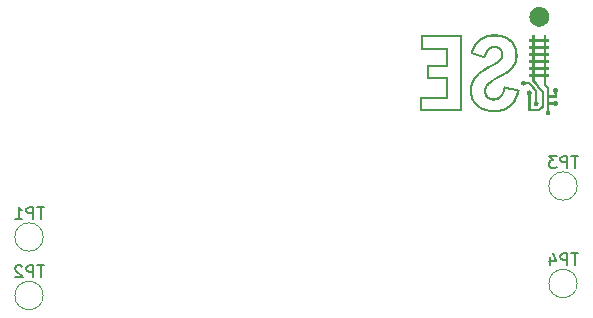
<source format=gbo>
G04 #@! TF.GenerationSoftware,KiCad,Pcbnew,6.0.2+dfsg-1*
G04 #@! TF.CreationDate,2024-04-05T20:58:32-06:00*
G04 #@! TF.ProjectId,mss-crossover,6d73732d-6372-46f7-9373-6f7665722e6b,rev?*
G04 #@! TF.SameCoordinates,Original*
G04 #@! TF.FileFunction,Legend,Bot*
G04 #@! TF.FilePolarity,Positive*
%FSLAX46Y46*%
G04 Gerber Fmt 4.6, Leading zero omitted, Abs format (unit mm)*
G04 Created by KiCad (PCBNEW 6.0.2+dfsg-1) date 2024-04-05 20:58:32*
%MOMM*%
%LPD*%
G01*
G04 APERTURE LIST*
%ADD10C,0.000000*%
%ADD11C,0.150000*%
%ADD12C,0.120000*%
G04 APERTURE END LIST*
D10*
G36*
X70076819Y-162142004D02*
G01*
X70091277Y-162143113D01*
X70105378Y-162145238D01*
X70112260Y-162146692D01*
X70119010Y-162148410D01*
X70127316Y-162150979D01*
X70135547Y-162153911D01*
X70143679Y-162157191D01*
X70151687Y-162160801D01*
X70159546Y-162164726D01*
X70167231Y-162168948D01*
X70174718Y-162173451D01*
X70181981Y-162178219D01*
X70188997Y-162183235D01*
X70195740Y-162188483D01*
X70202185Y-162193945D01*
X70208307Y-162199607D01*
X70214083Y-162205449D01*
X70219486Y-162211458D01*
X70224492Y-162217615D01*
X70229077Y-162223904D01*
X70248127Y-162251421D01*
X70435099Y-162252126D01*
X70622072Y-162252832D01*
X70926871Y-162640182D01*
X71232377Y-163026826D01*
X71232377Y-163892543D01*
X71268360Y-163923588D01*
X71277315Y-163931626D01*
X71285663Y-163939873D01*
X71293407Y-163948340D01*
X71300551Y-163957035D01*
X71307100Y-163965971D01*
X71313058Y-163975156D01*
X71318429Y-163984603D01*
X71323217Y-163994319D01*
X71327426Y-164004317D01*
X71331061Y-164014607D01*
X71334125Y-164025198D01*
X71336623Y-164036101D01*
X71338558Y-164047327D01*
X71339936Y-164058886D01*
X71340759Y-164070788D01*
X71341033Y-164083043D01*
X71340834Y-164094263D01*
X71340113Y-164105295D01*
X71338881Y-164116126D01*
X71337148Y-164126747D01*
X71334926Y-164137147D01*
X71332225Y-164147313D01*
X71329057Y-164157236D01*
X71325433Y-164166905D01*
X71321363Y-164176308D01*
X71316859Y-164185434D01*
X71311931Y-164194272D01*
X71306591Y-164202812D01*
X71300850Y-164211043D01*
X71294717Y-164218953D01*
X71288205Y-164226531D01*
X71281325Y-164233767D01*
X71274087Y-164240650D01*
X71266502Y-164247168D01*
X71258582Y-164253311D01*
X71250337Y-164259067D01*
X71241778Y-164264426D01*
X71232917Y-164269376D01*
X71223764Y-164273907D01*
X71214330Y-164278008D01*
X71204627Y-164281668D01*
X71194664Y-164284875D01*
X71184454Y-164287619D01*
X71174008Y-164289888D01*
X71163335Y-164291673D01*
X71152447Y-164292961D01*
X71141356Y-164293742D01*
X71130072Y-164294004D01*
X71115081Y-164293575D01*
X71100539Y-164292289D01*
X71086445Y-164290149D01*
X71072800Y-164287158D01*
X71059606Y-164283320D01*
X71046864Y-164278638D01*
X71034575Y-164273114D01*
X71022739Y-164266752D01*
X71011358Y-164259555D01*
X71000432Y-164251526D01*
X70989964Y-164242668D01*
X70979953Y-164232984D01*
X70970402Y-164222478D01*
X70961310Y-164211152D01*
X70952679Y-164199010D01*
X70944510Y-164186054D01*
X70940228Y-164177911D01*
X70936383Y-164168898D01*
X70932979Y-164159119D01*
X70930024Y-164148682D01*
X70927524Y-164137690D01*
X70925485Y-164126250D01*
X70923913Y-164114467D01*
X70922814Y-164102446D01*
X70922195Y-164090293D01*
X70922062Y-164078112D01*
X70922421Y-164066011D01*
X70923278Y-164054093D01*
X70924639Y-164042465D01*
X70926510Y-164031231D01*
X70928899Y-164020498D01*
X70931810Y-164010370D01*
X70934521Y-164003074D01*
X70937850Y-163995519D01*
X70941740Y-163987781D01*
X70946131Y-163979933D01*
X70950964Y-163972047D01*
X70956181Y-163964197D01*
X70961722Y-163956457D01*
X70967529Y-163948899D01*
X70973543Y-163941598D01*
X70979704Y-163934627D01*
X70985954Y-163928059D01*
X70992235Y-163921967D01*
X70998486Y-163916425D01*
X71004649Y-163911506D01*
X71010666Y-163907284D01*
X71016477Y-163903832D01*
X71034821Y-163893954D01*
X71034821Y-163102321D01*
X70779410Y-162779176D01*
X70523999Y-162456738D01*
X70384299Y-162456738D01*
X70330027Y-162457234D01*
X70306301Y-162457817D01*
X70285610Y-162458590D01*
X70268524Y-162459528D01*
X70255613Y-162460607D01*
X70247448Y-162461802D01*
X70245323Y-162462435D01*
X70244599Y-162463088D01*
X70244426Y-162464520D01*
X70243918Y-162466162D01*
X70243089Y-162468000D01*
X70241956Y-162470021D01*
X70240535Y-162472210D01*
X70238842Y-162474555D01*
X70234700Y-162479657D01*
X70229656Y-162485218D01*
X70223838Y-162491129D01*
X70217370Y-162497282D01*
X70210380Y-162503569D01*
X70202993Y-162509880D01*
X70195335Y-162516108D01*
X70187532Y-162522143D01*
X70179710Y-162527877D01*
X70171996Y-162533202D01*
X70164516Y-162538010D01*
X70157395Y-162542191D01*
X70150760Y-162545637D01*
X70140826Y-162549854D01*
X70130385Y-162553509D01*
X70119510Y-162556601D01*
X70108273Y-162559131D01*
X70096747Y-162561099D01*
X70085003Y-162562505D01*
X70073115Y-162563348D01*
X70061155Y-162563629D01*
X70049195Y-162563348D01*
X70037307Y-162562505D01*
X70025563Y-162561099D01*
X70014037Y-162559131D01*
X70002800Y-162556601D01*
X69991925Y-162553509D01*
X69981484Y-162549854D01*
X69971549Y-162545637D01*
X69959603Y-162539641D01*
X69948240Y-162533051D01*
X69937468Y-162525897D01*
X69927291Y-162518207D01*
X69917715Y-162510013D01*
X69908745Y-162501344D01*
X69900388Y-162492229D01*
X69892648Y-162482700D01*
X69885532Y-162472784D01*
X69879044Y-162462513D01*
X69873191Y-162451916D01*
X69867977Y-162441024D01*
X69863409Y-162429865D01*
X69859492Y-162418469D01*
X69856232Y-162406868D01*
X69853633Y-162395089D01*
X69851703Y-162383164D01*
X69850445Y-162371122D01*
X69849866Y-162358993D01*
X69849972Y-162346807D01*
X69850767Y-162334593D01*
X69852258Y-162322382D01*
X69854450Y-162310203D01*
X69857349Y-162298087D01*
X69860959Y-162286062D01*
X69865287Y-162274159D01*
X69870339Y-162262408D01*
X69876119Y-162250838D01*
X69882633Y-162239479D01*
X69889888Y-162228362D01*
X69897888Y-162217516D01*
X69906638Y-162206971D01*
X69911018Y-162202153D01*
X69915682Y-162197492D01*
X69920616Y-162192991D01*
X69925805Y-162188654D01*
X69936898Y-162180485D01*
X69948850Y-162173016D01*
X69961550Y-162166274D01*
X69974888Y-162160288D01*
X69988753Y-162155088D01*
X70003035Y-162150703D01*
X70017622Y-162147160D01*
X70032405Y-162144491D01*
X70047272Y-162142722D01*
X70062114Y-162141883D01*
X70076819Y-162142004D01*
G37*
G36*
X61305210Y-164728626D02*
G01*
X61305210Y-164545182D01*
X61488655Y-164545182D01*
X64656600Y-164545182D01*
X64656600Y-158491516D01*
X61573322Y-158491516D01*
X61573322Y-159359349D01*
X63647656Y-159359349D01*
X63647656Y-160982127D01*
X62067211Y-160982127D01*
X62067211Y-161849960D01*
X63647656Y-161849960D01*
X63647656Y-163677349D01*
X61488655Y-163677349D01*
X61488655Y-164545182D01*
X61305210Y-164545182D01*
X61305210Y-163493904D01*
X63464211Y-163493904D01*
X63464211Y-162033404D01*
X61883766Y-162033404D01*
X61883766Y-160798682D01*
X63464211Y-160798682D01*
X63464211Y-159549849D01*
X61389877Y-159549849D01*
X61389877Y-158308071D01*
X64840044Y-158308071D01*
X64840044Y-164728626D01*
X61305210Y-164728626D01*
G37*
G36*
X69674771Y-163182539D02*
G01*
X69647159Y-163267068D01*
X69619002Y-163348025D01*
X69591961Y-163419821D01*
X69572780Y-163466415D01*
X69549374Y-163519392D01*
X69522941Y-163576338D01*
X69494682Y-163634839D01*
X69465794Y-163692479D01*
X69437477Y-163746846D01*
X69410929Y-163795524D01*
X69387349Y-163836099D01*
X69323678Y-163935481D01*
X69256499Y-164029629D01*
X69185827Y-164118532D01*
X69111675Y-164202183D01*
X69034060Y-164280570D01*
X68952994Y-164353685D01*
X68868493Y-164421520D01*
X68780571Y-164484063D01*
X68689243Y-164541307D01*
X68594522Y-164593241D01*
X68496424Y-164639857D01*
X68394963Y-164681145D01*
X68290153Y-164717095D01*
X68182009Y-164747700D01*
X68070546Y-164772948D01*
X67955777Y-164792832D01*
X67907959Y-164799208D01*
X67858552Y-164804580D01*
X67755697Y-164812334D01*
X67648658Y-164816136D01*
X67538882Y-164816027D01*
X67427816Y-164812049D01*
X67316908Y-164804242D01*
X67207603Y-164792648D01*
X67101349Y-164777309D01*
X66953878Y-164748226D01*
X66812427Y-164711100D01*
X66677198Y-164666107D01*
X66548392Y-164613422D01*
X66426209Y-164553222D01*
X66310849Y-164485681D01*
X66202513Y-164410976D01*
X66101401Y-164329282D01*
X66007714Y-164240775D01*
X65921652Y-164145631D01*
X65843417Y-164044025D01*
X65773207Y-163936133D01*
X65711225Y-163822131D01*
X65657670Y-163702195D01*
X65612743Y-163576499D01*
X65576644Y-163445221D01*
X65561147Y-163372882D01*
X65548047Y-163297253D01*
X65537428Y-163219275D01*
X65529372Y-163139892D01*
X65523961Y-163060046D01*
X65521280Y-162980679D01*
X65521349Y-162938808D01*
X65711052Y-162938808D01*
X65711126Y-163017544D01*
X65712706Y-163090988D01*
X65715839Y-163153915D01*
X65718004Y-163179801D01*
X65720577Y-163201099D01*
X65732323Y-163274075D01*
X65746148Y-163344878D01*
X65762081Y-163413563D01*
X65780152Y-163480190D01*
X65800390Y-163544816D01*
X65822822Y-163607499D01*
X65847479Y-163668296D01*
X65874388Y-163727267D01*
X65903580Y-163784468D01*
X65935083Y-163839957D01*
X65968925Y-163893793D01*
X66005137Y-163946033D01*
X66043746Y-163996735D01*
X66084782Y-164045957D01*
X66128273Y-164093757D01*
X66174249Y-164140193D01*
X66224389Y-164186545D01*
X66276651Y-164230617D01*
X66331043Y-164272411D01*
X66387570Y-164311930D01*
X66446238Y-164349174D01*
X66507054Y-164384147D01*
X66570024Y-164416850D01*
X66635154Y-164447286D01*
X66702450Y-164475456D01*
X66771918Y-164501363D01*
X66843566Y-164525008D01*
X66917398Y-164546394D01*
X66993421Y-164565523D01*
X67071641Y-164582397D01*
X67152065Y-164597018D01*
X67234699Y-164609387D01*
X67293219Y-164615752D01*
X67363000Y-164621018D01*
X67440156Y-164625076D01*
X67520802Y-164627820D01*
X67601051Y-164629141D01*
X67677016Y-164628933D01*
X67744813Y-164627088D01*
X67800555Y-164623498D01*
X67903713Y-164611706D01*
X68003917Y-164595632D01*
X68101191Y-164575263D01*
X68195556Y-164550584D01*
X68287035Y-164521581D01*
X68375651Y-164488239D01*
X68461428Y-164450543D01*
X68544387Y-164408481D01*
X68624551Y-164362035D01*
X68701943Y-164311194D01*
X68776586Y-164255941D01*
X68848503Y-164196263D01*
X68917716Y-164132144D01*
X68984248Y-164063571D01*
X69048122Y-163990529D01*
X69109360Y-163913004D01*
X69138616Y-163872914D01*
X69167362Y-163831268D01*
X69195566Y-163788133D01*
X69223197Y-163743571D01*
X69250225Y-163697650D01*
X69276618Y-163650434D01*
X69302346Y-163601988D01*
X69327377Y-163552377D01*
X69351680Y-163501666D01*
X69375225Y-163449921D01*
X69397980Y-163397207D01*
X69419915Y-163343588D01*
X69440998Y-163289129D01*
X69461198Y-163233897D01*
X69480485Y-163177956D01*
X69498827Y-163121371D01*
X69506949Y-163095280D01*
X69512872Y-163075631D01*
X69515045Y-163067919D01*
X69516711Y-163061455D01*
X69517886Y-163056117D01*
X69518583Y-163051785D01*
X69518817Y-163048338D01*
X69518602Y-163045654D01*
X69517953Y-163043614D01*
X69516885Y-163042095D01*
X69515411Y-163040977D01*
X69513547Y-163040140D01*
X69508705Y-163038821D01*
X69004144Y-162930606D01*
X68539271Y-162833505D01*
X68538885Y-162834100D01*
X68538265Y-162835591D01*
X68536383Y-162841067D01*
X68533740Y-162849553D01*
X68530452Y-162860668D01*
X68526635Y-162874032D01*
X68522404Y-162889265D01*
X68517876Y-162905986D01*
X68513166Y-162923815D01*
X68480657Y-163030139D01*
X68443065Y-163130704D01*
X68400599Y-163225327D01*
X68353468Y-163313822D01*
X68301880Y-163396004D01*
X68246044Y-163471689D01*
X68216599Y-163507036D01*
X68186169Y-163540690D01*
X68154783Y-163572627D01*
X68122464Y-163602824D01*
X68089241Y-163631258D01*
X68055138Y-163657905D01*
X68020182Y-163682743D01*
X67984399Y-163705749D01*
X67947815Y-163726898D01*
X67910456Y-163746169D01*
X67872348Y-163763538D01*
X67833517Y-163778982D01*
X67793990Y-163792477D01*
X67753793Y-163804001D01*
X67712951Y-163813531D01*
X67671491Y-163821043D01*
X67629438Y-163826515D01*
X67586819Y-163829923D01*
X67543661Y-163831243D01*
X67499988Y-163830454D01*
X67428978Y-163825015D01*
X67360496Y-163814852D01*
X67294675Y-163800072D01*
X67231645Y-163780779D01*
X67171539Y-163757079D01*
X67114486Y-163729078D01*
X67060619Y-163696880D01*
X67010068Y-163660592D01*
X66962965Y-163620318D01*
X66919441Y-163576165D01*
X66879628Y-163528237D01*
X66843656Y-163476641D01*
X66811657Y-163421480D01*
X66783763Y-163362861D01*
X66760103Y-163300890D01*
X66740810Y-163235671D01*
X66733459Y-163203554D01*
X66727278Y-163170790D01*
X66722263Y-163137510D01*
X66718409Y-163103842D01*
X66715713Y-163069919D01*
X66714170Y-163035869D01*
X66713777Y-163001824D01*
X66714529Y-162967913D01*
X66716421Y-162934266D01*
X66719451Y-162901014D01*
X66723613Y-162868288D01*
X66728904Y-162836216D01*
X66735320Y-162804930D01*
X66742856Y-162774560D01*
X66751508Y-162745236D01*
X66761272Y-162717088D01*
X66778818Y-162673710D01*
X66798457Y-162631342D01*
X66820294Y-162589869D01*
X66844439Y-162549176D01*
X66870998Y-162509149D01*
X66900079Y-162469673D01*
X66931789Y-162430633D01*
X66966235Y-162391915D01*
X67003527Y-162353403D01*
X67043769Y-162314983D01*
X67087072Y-162276540D01*
X67133540Y-162237960D01*
X67183283Y-162199128D01*
X67236408Y-162159929D01*
X67293022Y-162120248D01*
X67353233Y-162079971D01*
X67399375Y-162050477D01*
X67448659Y-162019966D01*
X67503103Y-161987288D01*
X67564723Y-161951295D01*
X67635538Y-161910837D01*
X67717564Y-161864765D01*
X67923322Y-161751182D01*
X68106942Y-161649469D01*
X68265031Y-161559117D01*
X68401357Y-161477661D01*
X68519692Y-161402637D01*
X68623806Y-161331583D01*
X68717468Y-161262034D01*
X68804450Y-161191525D01*
X68888521Y-161117593D01*
X68924047Y-161084048D01*
X68958615Y-161049357D01*
X68992160Y-161013613D01*
X69024616Y-160976912D01*
X69055919Y-160939346D01*
X69086004Y-160901011D01*
X69114805Y-160862000D01*
X69142257Y-160822406D01*
X69168295Y-160782325D01*
X69192854Y-160741850D01*
X69215869Y-160701076D01*
X69237275Y-160660095D01*
X69257007Y-160619004D01*
X69274999Y-160577894D01*
X69291187Y-160536861D01*
X69305505Y-160495999D01*
X69318328Y-160454834D01*
X69329810Y-160412348D01*
X69339949Y-160368607D01*
X69348742Y-160323678D01*
X69356187Y-160277629D01*
X69362283Y-160230527D01*
X69367026Y-160182438D01*
X69370416Y-160133431D01*
X69372449Y-160083573D01*
X69373125Y-160032930D01*
X69372440Y-159981569D01*
X69370394Y-159929559D01*
X69366983Y-159876966D01*
X69362205Y-159823856D01*
X69356060Y-159770299D01*
X69348544Y-159716360D01*
X69336244Y-159644498D01*
X69321576Y-159574570D01*
X69304549Y-159506584D01*
X69285172Y-159440548D01*
X69263453Y-159376470D01*
X69239401Y-159314357D01*
X69213026Y-159254216D01*
X69184337Y-159196057D01*
X69153341Y-159139886D01*
X69120049Y-159085711D01*
X69084468Y-159033540D01*
X69046609Y-158983381D01*
X69006479Y-158935242D01*
X68964088Y-158889130D01*
X68919445Y-158845053D01*
X68872558Y-158803018D01*
X68823437Y-158763035D01*
X68772090Y-158725109D01*
X68718527Y-158689249D01*
X68662756Y-158655464D01*
X68604786Y-158623759D01*
X68544626Y-158594144D01*
X68482286Y-158566626D01*
X68417773Y-158541213D01*
X68351097Y-158517913D01*
X68282266Y-158496732D01*
X68211291Y-158477680D01*
X68138178Y-158460763D01*
X68062939Y-158445990D01*
X67985581Y-158433368D01*
X67824544Y-158414610D01*
X67774401Y-158411649D01*
X67709417Y-158410101D01*
X67634726Y-158409860D01*
X67555463Y-158410818D01*
X67476762Y-158412867D01*
X67403757Y-158415900D01*
X67341584Y-158419809D01*
X67295377Y-158424488D01*
X67232651Y-158433981D01*
X67171198Y-158445000D01*
X67110999Y-158457551D01*
X67052037Y-158471639D01*
X66994295Y-158487269D01*
X66937755Y-158504446D01*
X66882400Y-158523175D01*
X66828211Y-158543462D01*
X66775172Y-158565312D01*
X66723264Y-158588729D01*
X66672470Y-158613720D01*
X66622773Y-158640288D01*
X66574155Y-158668440D01*
X66526599Y-158698181D01*
X66480086Y-158729515D01*
X66434599Y-158762449D01*
X66419333Y-158774170D01*
X66403018Y-158787262D01*
X66367947Y-158816887D01*
X66330792Y-158849985D01*
X66292959Y-158885216D01*
X66255854Y-158921240D01*
X66220882Y-158956719D01*
X66189449Y-158990313D01*
X66175499Y-159005984D01*
X66162961Y-159020682D01*
X66134582Y-159055927D01*
X66106881Y-159092299D01*
X66079894Y-159129733D01*
X66053655Y-159168165D01*
X66028196Y-159207532D01*
X66003553Y-159247769D01*
X65979760Y-159288812D01*
X65956850Y-159330597D01*
X65934858Y-159373061D01*
X65913818Y-159416138D01*
X65893764Y-159459765D01*
X65874730Y-159503877D01*
X65856750Y-159548412D01*
X65839859Y-159593304D01*
X65824089Y-159638489D01*
X65809477Y-159683904D01*
X65802712Y-159706371D01*
X65797692Y-159723934D01*
X65794309Y-159737247D01*
X65793198Y-159742514D01*
X65792456Y-159746963D01*
X65792069Y-159750677D01*
X65792024Y-159753737D01*
X65792308Y-159756223D01*
X65792908Y-159758219D01*
X65793809Y-159759806D01*
X65794998Y-159761065D01*
X65796462Y-159762078D01*
X65798188Y-159762927D01*
X65809435Y-159766710D01*
X65836696Y-159775065D01*
X65932156Y-159803408D01*
X66237044Y-159892043D01*
X66674488Y-160019043D01*
X66675287Y-160019245D01*
X66676096Y-160019319D01*
X66676917Y-160019261D01*
X66677754Y-160019068D01*
X66678609Y-160018735D01*
X66679483Y-160018259D01*
X66680380Y-160017635D01*
X66681301Y-160016860D01*
X66682250Y-160015931D01*
X66683227Y-160014842D01*
X66684236Y-160013590D01*
X66685278Y-160012172D01*
X66686357Y-160010584D01*
X66687475Y-160008821D01*
X66688633Y-160006879D01*
X66689834Y-160004756D01*
X66691081Y-160002446D01*
X66692376Y-159999947D01*
X66693720Y-159997253D01*
X66695118Y-159994363D01*
X66698079Y-159987972D01*
X66701277Y-159980745D01*
X66704732Y-159972649D01*
X66708462Y-159963655D01*
X66712486Y-159953730D01*
X66716822Y-159942844D01*
X66734262Y-159900483D01*
X66753951Y-159856104D01*
X66775360Y-159810734D01*
X66797960Y-159765396D01*
X66821221Y-159721117D01*
X66844615Y-159678921D01*
X66867612Y-159639835D01*
X66889682Y-159604882D01*
X66902798Y-159586062D01*
X66917411Y-159566505D01*
X66933336Y-159546400D01*
X66950382Y-159525937D01*
X66968363Y-159505304D01*
X66987091Y-159484691D01*
X67006376Y-159464287D01*
X67026031Y-159444280D01*
X67045868Y-159424861D01*
X67065699Y-159406217D01*
X67085336Y-159388539D01*
X67104590Y-159372016D01*
X67123274Y-159356836D01*
X67141199Y-159343188D01*
X67158178Y-159331263D01*
X67174021Y-159321249D01*
X67228541Y-159291926D01*
X67285700Y-159266918D01*
X67345047Y-159246205D01*
X67406127Y-159229769D01*
X67468489Y-159217591D01*
X67531680Y-159209653D01*
X67595248Y-159205935D01*
X67658738Y-159206420D01*
X67721700Y-159211088D01*
X67783679Y-159219922D01*
X67844225Y-159232902D01*
X67902882Y-159250010D01*
X67959200Y-159271227D01*
X68012726Y-159296535D01*
X68063006Y-159325915D01*
X68109588Y-159359349D01*
X68125451Y-159372461D01*
X68140889Y-159386251D01*
X68170453Y-159415781D01*
X68198215Y-159447773D01*
X68224109Y-159482060D01*
X68248067Y-159518477D01*
X68270025Y-159556856D01*
X68289915Y-159597032D01*
X68307673Y-159638837D01*
X68323231Y-159682106D01*
X68336523Y-159726672D01*
X68347484Y-159772369D01*
X68356047Y-159819029D01*
X68362147Y-159866488D01*
X68365716Y-159914578D01*
X68366689Y-159963134D01*
X68364999Y-160011988D01*
X68362551Y-160043070D01*
X68358873Y-160073155D01*
X68353909Y-160102353D01*
X68347603Y-160130775D01*
X68339900Y-160158531D01*
X68330744Y-160185732D01*
X68320079Y-160212489D01*
X68307849Y-160238912D01*
X68293999Y-160265112D01*
X68278472Y-160291199D01*
X68261213Y-160317284D01*
X68242167Y-160343477D01*
X68221276Y-160369890D01*
X68198485Y-160396633D01*
X68173740Y-160423815D01*
X68146983Y-160451549D01*
X68119035Y-160479194D01*
X68090418Y-160505992D01*
X68060630Y-160532269D01*
X68029166Y-160558352D01*
X67995523Y-160584567D01*
X67959199Y-160611241D01*
X67919689Y-160638701D01*
X67876490Y-160667272D01*
X67829100Y-160697283D01*
X67777014Y-160729058D01*
X67719729Y-160762925D01*
X67656743Y-160799211D01*
X67511651Y-160880345D01*
X67337710Y-160975071D01*
X67164823Y-161069139D01*
X67016914Y-161151482D01*
X66889725Y-161224730D01*
X66778998Y-161291513D01*
X66680476Y-161354459D01*
X66589899Y-161416198D01*
X66503009Y-161479359D01*
X66415549Y-161546571D01*
X66377373Y-161578371D01*
X66332790Y-161618141D01*
X66284320Y-161663401D01*
X66234486Y-161711671D01*
X66185810Y-161760470D01*
X66140813Y-161807318D01*
X66102017Y-161849734D01*
X66085732Y-161868505D01*
X66071944Y-161885237D01*
X66051539Y-161911613D01*
X66031373Y-161938816D01*
X66011503Y-161966746D01*
X65991985Y-161995304D01*
X65954233Y-162053909D01*
X65918574Y-162113838D01*
X65885461Y-162174295D01*
X65870002Y-162204474D01*
X65855349Y-162234488D01*
X65841561Y-162264237D01*
X65828694Y-162293622D01*
X65816804Y-162322544D01*
X65805949Y-162350904D01*
X65794591Y-162384326D01*
X65782952Y-162422353D01*
X65771347Y-162463703D01*
X65760088Y-162507096D01*
X65749491Y-162551250D01*
X65739870Y-162594883D01*
X65731538Y-162636713D01*
X65724811Y-162675460D01*
X65719362Y-162723107D01*
X65715219Y-162786364D01*
X65712433Y-162860007D01*
X65711052Y-162938808D01*
X65521349Y-162938808D01*
X65521409Y-162902734D01*
X65524433Y-162827154D01*
X65535274Y-162704178D01*
X65552786Y-162584903D01*
X65577076Y-162469164D01*
X65608250Y-162356791D01*
X65646416Y-162247619D01*
X65691678Y-162141478D01*
X65744144Y-162038203D01*
X65803921Y-161937625D01*
X65871114Y-161839577D01*
X65945830Y-161743892D01*
X66028175Y-161650402D01*
X66118257Y-161558940D01*
X66216181Y-161469338D01*
X66322054Y-161381429D01*
X66435982Y-161295046D01*
X66558072Y-161210021D01*
X66622465Y-161167733D01*
X66687453Y-161126512D01*
X66756013Y-161084646D01*
X66831121Y-161040423D01*
X66915755Y-160992133D01*
X67012890Y-160938063D01*
X67125503Y-160876501D01*
X67256572Y-160805738D01*
X67448185Y-160701635D01*
X67584567Y-160625380D01*
X67638846Y-160593747D01*
X67687479Y-160564338D01*
X67733184Y-160535575D01*
X67778683Y-160505877D01*
X67810889Y-160484171D01*
X67841634Y-160462703D01*
X67870928Y-160441462D01*
X67898781Y-160420438D01*
X67925204Y-160399621D01*
X67950207Y-160379001D01*
X67973800Y-160358566D01*
X67995994Y-160338307D01*
X68016798Y-160318214D01*
X68036224Y-160298275D01*
X68054281Y-160278481D01*
X68070981Y-160258822D01*
X68086333Y-160239287D01*
X68100347Y-160219865D01*
X68113034Y-160200546D01*
X68124405Y-160181321D01*
X68133378Y-160164828D01*
X68141524Y-160148626D01*
X68148857Y-160132626D01*
X68155394Y-160116741D01*
X68161149Y-160100880D01*
X68166139Y-160084955D01*
X68170378Y-160068877D01*
X68173882Y-160052557D01*
X68176667Y-160035907D01*
X68178748Y-160018836D01*
X68180140Y-160001258D01*
X68180860Y-159983082D01*
X68180923Y-159964220D01*
X68180344Y-159944582D01*
X68179138Y-159924081D01*
X68177322Y-159902627D01*
X68171020Y-159851221D01*
X68162163Y-159802569D01*
X68150743Y-159756659D01*
X68136752Y-159713483D01*
X68120181Y-159673031D01*
X68101022Y-159635294D01*
X68090470Y-159617441D01*
X68079267Y-159600263D01*
X68067414Y-159583759D01*
X68054908Y-159567929D01*
X68041749Y-159552770D01*
X68027935Y-159538281D01*
X68013467Y-159524462D01*
X67998342Y-159511312D01*
X67982560Y-159498829D01*
X67966119Y-159487011D01*
X67949019Y-159475859D01*
X67931259Y-159465370D01*
X67893753Y-159446378D01*
X67853593Y-159430027D01*
X67810770Y-159416308D01*
X67765277Y-159405210D01*
X67749738Y-159402374D01*
X67732872Y-159399950D01*
X67714860Y-159397938D01*
X67695879Y-159396336D01*
X67655727Y-159394358D01*
X67613847Y-159394009D01*
X67571670Y-159395281D01*
X67530625Y-159398165D01*
X67510974Y-159400209D01*
X67492143Y-159402654D01*
X67474310Y-159405497D01*
X67457655Y-159408738D01*
X67432753Y-159414461D01*
X67408313Y-159421189D01*
X67384325Y-159428933D01*
X67360777Y-159437705D01*
X67337662Y-159447518D01*
X67314968Y-159458383D01*
X67292685Y-159470312D01*
X67270804Y-159483317D01*
X67249315Y-159497411D01*
X67228207Y-159512605D01*
X67207472Y-159528911D01*
X67187098Y-159546342D01*
X67167076Y-159564909D01*
X67147396Y-159584624D01*
X67128048Y-159605500D01*
X67109022Y-159627548D01*
X67090309Y-159650781D01*
X67071897Y-159675210D01*
X67053778Y-159700847D01*
X67035941Y-159727705D01*
X67001074Y-159785131D01*
X66967217Y-159847582D01*
X66934290Y-159915156D01*
X66902213Y-159987948D01*
X66870908Y-160066054D01*
X66840294Y-160149571D01*
X66827131Y-160186723D01*
X66815952Y-160217657D01*
X66807948Y-160239066D01*
X66805509Y-160245165D01*
X66804310Y-160247643D01*
X66791205Y-160244520D01*
X66754635Y-160234568D01*
X66621219Y-160197019D01*
X66424303Y-160140685D01*
X66184127Y-160071254D01*
X65889425Y-159985243D01*
X65699234Y-159928203D01*
X65597149Y-159895240D01*
X65574020Y-159886258D01*
X65568537Y-159883374D01*
X65566766Y-159881460D01*
X65567249Y-159875874D01*
X65568642Y-159867267D01*
X65573833Y-159842268D01*
X65581686Y-159809018D01*
X65591549Y-159770070D01*
X65602767Y-159727981D01*
X65614689Y-159685304D01*
X65626660Y-159644596D01*
X65638027Y-159608410D01*
X65691095Y-159460416D01*
X65720685Y-159389254D01*
X65752282Y-159320006D01*
X65785862Y-159252689D01*
X65821404Y-159187323D01*
X65858883Y-159123923D01*
X65898278Y-159062508D01*
X65939565Y-159003097D01*
X65982722Y-158945706D01*
X66027725Y-158890354D01*
X66074552Y-158837059D01*
X66123181Y-158785837D01*
X66173587Y-158736708D01*
X66225748Y-158689689D01*
X66279642Y-158644798D01*
X66335245Y-158602052D01*
X66392535Y-158561469D01*
X66451488Y-158523068D01*
X66512082Y-158486866D01*
X66574295Y-158452881D01*
X66638102Y-158421131D01*
X66703482Y-158391633D01*
X66770411Y-158364405D01*
X66838866Y-158339466D01*
X66908826Y-158316833D01*
X66980266Y-158296524D01*
X67053164Y-158278556D01*
X67203242Y-158249718D01*
X67358877Y-158230460D01*
X67403473Y-158227712D01*
X67463101Y-158225808D01*
X67532882Y-158224730D01*
X67607938Y-158224463D01*
X67683391Y-158224989D01*
X67754363Y-158226293D01*
X67815975Y-158228357D01*
X67863349Y-158231166D01*
X67941370Y-158238960D01*
X68017980Y-158248843D01*
X68093142Y-158260801D01*
X68166815Y-158274822D01*
X68238964Y-158290893D01*
X68309548Y-158309003D01*
X68378531Y-158329138D01*
X68445874Y-158351287D01*
X68511538Y-158375436D01*
X68575485Y-158401574D01*
X68637677Y-158429688D01*
X68698076Y-158459766D01*
X68756644Y-158491795D01*
X68813342Y-158525763D01*
X68868133Y-158561657D01*
X68920977Y-158599466D01*
X68934900Y-158610356D01*
X68950077Y-158622790D01*
X68983385Y-158651522D01*
X69019290Y-158684124D01*
X69056179Y-158719057D01*
X69092439Y-158754784D01*
X69126459Y-158789767D01*
X69156626Y-158822468D01*
X69169760Y-158837482D01*
X69181327Y-158851349D01*
X69224215Y-158907078D01*
X69264510Y-158964734D01*
X69302214Y-159024324D01*
X69337332Y-159085858D01*
X69369866Y-159149343D01*
X69399819Y-159214787D01*
X69427195Y-159282199D01*
X69451996Y-159351588D01*
X69474225Y-159422960D01*
X69493887Y-159496326D01*
X69510983Y-159571692D01*
X69525517Y-159649067D01*
X69537492Y-159728460D01*
X69546911Y-159809879D01*
X69553777Y-159893332D01*
X69558094Y-159978827D01*
X69559249Y-160055812D01*
X69557413Y-160131225D01*
X69552572Y-160205115D01*
X69544710Y-160277530D01*
X69533814Y-160348519D01*
X69519870Y-160418130D01*
X69502862Y-160486412D01*
X69482776Y-160553413D01*
X69459597Y-160619183D01*
X69433312Y-160683769D01*
X69403906Y-160747220D01*
X69371364Y-160809585D01*
X69335672Y-160870913D01*
X69296815Y-160931251D01*
X69254779Y-160990649D01*
X69209549Y-161049155D01*
X69194894Y-161066746D01*
X69178327Y-161085773D01*
X69140350Y-161127262D01*
X69097395Y-161171876D01*
X69051240Y-161217870D01*
X69003663Y-161263501D01*
X68956442Y-161307024D01*
X68911354Y-161346693D01*
X68870177Y-161380765D01*
X68792435Y-161440826D01*
X68712981Y-161498637D01*
X68628319Y-161556383D01*
X68534950Y-161616245D01*
X68429377Y-161680406D01*
X68308103Y-161751050D01*
X68167630Y-161830359D01*
X68004460Y-161920516D01*
X67802611Y-162032426D01*
X67633074Y-162129735D01*
X67491847Y-162215170D01*
X67374929Y-162291461D01*
X67324335Y-162327030D01*
X67278317Y-162361336D01*
X67236376Y-162394720D01*
X67198011Y-162427523D01*
X67162721Y-162460086D01*
X67130007Y-162492751D01*
X67099369Y-162525858D01*
X67070305Y-162559748D01*
X67048745Y-162586607D01*
X67028764Y-162613255D01*
X67010335Y-162639762D01*
X66993433Y-162666199D01*
X66978031Y-162692636D01*
X66964104Y-162719144D01*
X66951626Y-162745791D01*
X66940571Y-162772650D01*
X66930913Y-162799790D01*
X66922627Y-162827281D01*
X66915687Y-162855194D01*
X66910067Y-162883599D01*
X66905740Y-162912566D01*
X66902682Y-162942165D01*
X66900866Y-162972468D01*
X66900266Y-163003543D01*
X66902154Y-163059798D01*
X66907767Y-163114187D01*
X66917023Y-163166598D01*
X66929844Y-163216918D01*
X66946150Y-163265035D01*
X66965862Y-163310836D01*
X66988900Y-163354208D01*
X67015183Y-163395038D01*
X67044634Y-163433215D01*
X67077172Y-163468624D01*
X67112717Y-163501154D01*
X67151190Y-163530692D01*
X67192512Y-163557126D01*
X67236602Y-163580342D01*
X67283382Y-163600228D01*
X67332771Y-163616671D01*
X67366291Y-163625650D01*
X67399642Y-163633009D01*
X67432824Y-163638747D01*
X67465835Y-163642865D01*
X67498672Y-163645362D01*
X67531333Y-163646238D01*
X67563817Y-163645494D01*
X67596120Y-163643129D01*
X67628242Y-163639144D01*
X67660180Y-163633538D01*
X67691931Y-163626312D01*
X67723495Y-163617464D01*
X67754868Y-163606997D01*
X67786050Y-163594909D01*
X67817036Y-163581200D01*
X67847827Y-163565870D01*
X67871939Y-163552636D01*
X67895588Y-163538469D01*
X67918770Y-163523375D01*
X67941483Y-163507359D01*
X67963721Y-163490428D01*
X67985482Y-163472586D01*
X68006762Y-163453841D01*
X68027556Y-163434196D01*
X68047862Y-163413659D01*
X68067675Y-163392235D01*
X68086992Y-163369928D01*
X68105808Y-163346746D01*
X68124121Y-163322694D01*
X68141926Y-163297777D01*
X68159220Y-163272001D01*
X68175999Y-163245372D01*
X68207996Y-163189578D01*
X68237888Y-163130438D01*
X68265644Y-163068000D01*
X68291236Y-163002308D01*
X68314632Y-162933408D01*
X68335803Y-162861346D01*
X68354719Y-162786166D01*
X68371349Y-162707915D01*
X68378625Y-162672207D01*
X68385108Y-162642387D01*
X68390002Y-162621694D01*
X68391606Y-162615783D01*
X68392516Y-162613370D01*
X68604767Y-162655384D01*
X69068174Y-162753159D01*
X69532242Y-162853182D01*
X69746477Y-162901943D01*
X69747410Y-162903989D01*
X69747711Y-162907821D01*
X69746523Y-162920491D01*
X69743121Y-162939255D01*
X69737713Y-162963414D01*
X69721710Y-163025123D01*
X69715036Y-163048338D01*
X69700175Y-163100028D01*
X69674771Y-163182539D01*
G37*
G36*
X72234266Y-160043738D02*
G01*
X71980266Y-160043738D01*
X71980266Y-160417682D01*
X72234266Y-160417682D01*
X72234266Y-160643460D01*
X71980266Y-160643460D01*
X71980266Y-161017404D01*
X72234266Y-161017404D01*
X72234266Y-161243182D01*
X71980266Y-161243182D01*
X71980266Y-161610071D01*
X72234266Y-161610071D01*
X72234266Y-161842905D01*
X71980266Y-161842905D01*
X71980266Y-162410876D01*
X72107266Y-162571038D01*
X72234266Y-162730493D01*
X72234266Y-163381016D01*
X72685821Y-163381016D01*
X72685821Y-163272360D01*
X72685765Y-163238279D01*
X72685502Y-163212046D01*
X72684891Y-163192575D01*
X72684412Y-163185038D01*
X72683793Y-163178785D01*
X72683017Y-163173682D01*
X72682066Y-163169592D01*
X72680923Y-163166381D01*
X72679571Y-163163914D01*
X72677990Y-163162053D01*
X72676165Y-163160666D01*
X72674078Y-163159615D01*
X72671710Y-163158765D01*
X72669589Y-163157957D01*
X72667334Y-163156865D01*
X72664956Y-163155502D01*
X72662466Y-163153881D01*
X72657193Y-163149922D01*
X72651602Y-163145095D01*
X72645779Y-163139507D01*
X72639811Y-163133266D01*
X72633786Y-163126479D01*
X72627789Y-163119254D01*
X72621909Y-163111698D01*
X72616230Y-163103919D01*
X72610842Y-163096025D01*
X72605829Y-163088122D01*
X72601279Y-163080318D01*
X72597280Y-163072721D01*
X72593917Y-163065438D01*
X72591277Y-163058577D01*
X72588325Y-163048908D01*
X72585819Y-163038744D01*
X72583756Y-163028166D01*
X72582138Y-163017257D01*
X72580961Y-163006101D01*
X72580226Y-162994779D01*
X72579932Y-162983374D01*
X72580076Y-162971969D01*
X72580659Y-162960647D01*
X72581679Y-162949491D01*
X72583135Y-162938582D01*
X72585026Y-162928005D01*
X72587351Y-162917840D01*
X72590110Y-162908172D01*
X72593300Y-162899082D01*
X72596921Y-162890654D01*
X72600333Y-162883732D01*
X72603952Y-162876990D01*
X72607773Y-162870431D01*
X72611793Y-162864057D01*
X72616007Y-162857870D01*
X72620411Y-162851874D01*
X72625002Y-162846070D01*
X72629774Y-162840461D01*
X72634724Y-162835049D01*
X72639847Y-162829837D01*
X72645140Y-162824828D01*
X72650599Y-162820023D01*
X72656218Y-162815425D01*
X72661995Y-162811038D01*
X72667925Y-162806862D01*
X72674003Y-162802901D01*
X72680227Y-162799157D01*
X72686590Y-162795632D01*
X72693091Y-162792330D01*
X72699723Y-162789251D01*
X72706484Y-162786400D01*
X72713368Y-162783778D01*
X72720373Y-162781388D01*
X72727493Y-162779232D01*
X72734725Y-162777312D01*
X72742065Y-162775632D01*
X72749507Y-162774193D01*
X72757049Y-162772999D01*
X72764687Y-162772051D01*
X72772415Y-162771351D01*
X72780229Y-162770904D01*
X72788127Y-162770710D01*
X72807129Y-162771400D01*
X72825483Y-162773451D01*
X72843150Y-162776835D01*
X72851715Y-162779018D01*
X72860094Y-162781525D01*
X72868282Y-162784350D01*
X72876277Y-162787492D01*
X72884071Y-162790946D01*
X72891662Y-162794708D01*
X72899043Y-162798777D01*
X72906212Y-162803147D01*
X72913162Y-162807815D01*
X72919889Y-162812779D01*
X72926390Y-162818034D01*
X72932658Y-162823576D01*
X72938689Y-162829404D01*
X72944479Y-162835512D01*
X72950023Y-162841898D01*
X72955317Y-162848558D01*
X72960355Y-162855488D01*
X72965133Y-162862686D01*
X72969647Y-162870147D01*
X72973891Y-162877868D01*
X72977862Y-162885845D01*
X72981554Y-162894076D01*
X72988084Y-162911283D01*
X72993444Y-162929460D01*
X72996753Y-162944511D01*
X72999014Y-162959479D01*
X73000237Y-162974331D01*
X73000433Y-162989035D01*
X72999612Y-163003557D01*
X72997784Y-163017864D01*
X72994960Y-163031922D01*
X72991151Y-163045700D01*
X72986365Y-163059163D01*
X72980614Y-163072280D01*
X72973908Y-163085015D01*
X72966258Y-163097338D01*
X72957673Y-163109214D01*
X72948164Y-163120610D01*
X72937742Y-163131494D01*
X72926416Y-163141832D01*
X72890432Y-163172877D01*
X72890432Y-163578571D01*
X72234266Y-163578571D01*
X72234266Y-163980737D01*
X72594099Y-163980737D01*
X72635021Y-163939815D01*
X72643920Y-163930947D01*
X72652667Y-163922846D01*
X72661325Y-163915485D01*
X72669957Y-163908837D01*
X72678627Y-163902875D01*
X72687396Y-163897573D01*
X72696329Y-163892903D01*
X72705489Y-163888839D01*
X72714937Y-163885353D01*
X72724739Y-163882420D01*
X72734955Y-163880011D01*
X72745650Y-163878101D01*
X72756887Y-163876662D01*
X72768728Y-163875668D01*
X72781237Y-163875090D01*
X72794477Y-163874904D01*
X72805441Y-163875080D01*
X72815876Y-163875621D01*
X72825835Y-163876541D01*
X72835366Y-163877859D01*
X72844521Y-163879589D01*
X72853351Y-163881750D01*
X72861906Y-163884357D01*
X72870236Y-163887428D01*
X72878393Y-163890977D01*
X72886427Y-163895023D01*
X72894388Y-163899582D01*
X72902328Y-163904670D01*
X72910296Y-163910303D01*
X72918345Y-163916499D01*
X72926523Y-163923273D01*
X72934882Y-163930643D01*
X72940771Y-163936320D01*
X72946397Y-163942228D01*
X72951758Y-163948358D01*
X72956851Y-163954698D01*
X72961675Y-163961237D01*
X72966226Y-163967962D01*
X72970503Y-163974863D01*
X72974504Y-163981928D01*
X72981665Y-163996507D01*
X72987692Y-164011606D01*
X72992565Y-164027135D01*
X72996266Y-164043003D01*
X72998776Y-164059119D01*
X73000077Y-164075392D01*
X73000151Y-164091732D01*
X72998978Y-164108046D01*
X72997918Y-164116166D01*
X72996540Y-164124245D01*
X72994840Y-164132273D01*
X72992818Y-164140237D01*
X72990470Y-164148127D01*
X72987794Y-164155932D01*
X72984788Y-164163639D01*
X72981449Y-164171238D01*
X72975012Y-164184131D01*
X72967899Y-164196349D01*
X72960146Y-164207886D01*
X72951792Y-164218737D01*
X72942876Y-164228896D01*
X72933435Y-164238358D01*
X72923507Y-164247116D01*
X72913132Y-164255166D01*
X72902345Y-164262501D01*
X72891187Y-164269117D01*
X72879694Y-164275008D01*
X72867906Y-164280167D01*
X72855859Y-164284591D01*
X72843593Y-164288272D01*
X72831145Y-164291206D01*
X72818554Y-164293387D01*
X72805857Y-164294809D01*
X72793093Y-164295467D01*
X72780300Y-164295356D01*
X72767516Y-164294469D01*
X72754778Y-164292801D01*
X72742126Y-164290347D01*
X72729597Y-164287101D01*
X72717230Y-164283057D01*
X72705062Y-164278210D01*
X72693131Y-164272555D01*
X72681476Y-164266086D01*
X72670135Y-164258797D01*
X72659146Y-164250682D01*
X72648547Y-164241737D01*
X72638376Y-164231955D01*
X72628671Y-164221332D01*
X72597627Y-164185348D01*
X72234266Y-164185348D01*
X72234266Y-164696876D01*
X72267427Y-164721571D01*
X72276050Y-164728499D01*
X72284191Y-164735787D01*
X72291846Y-164743430D01*
X72299012Y-164751425D01*
X72305686Y-164759766D01*
X72311865Y-164768452D01*
X72317545Y-164777476D01*
X72322725Y-164786835D01*
X72327400Y-164796524D01*
X72331568Y-164806541D01*
X72335225Y-164816879D01*
X72338368Y-164827537D01*
X72340995Y-164838508D01*
X72343102Y-164849789D01*
X72344686Y-164861376D01*
X72345744Y-164873265D01*
X72346312Y-164885574D01*
X72346424Y-164897389D01*
X72346069Y-164908745D01*
X72345236Y-164919678D01*
X72343916Y-164930221D01*
X72342097Y-164940412D01*
X72339770Y-164950284D01*
X72336924Y-164959872D01*
X72333549Y-164969213D01*
X72329634Y-164978341D01*
X72325170Y-164987291D01*
X72320145Y-164996098D01*
X72314550Y-165004798D01*
X72308374Y-165013426D01*
X72301607Y-165022016D01*
X72294238Y-165030604D01*
X72286115Y-165039271D01*
X72277867Y-165047289D01*
X72269471Y-165054671D01*
X72260901Y-165061428D01*
X72252132Y-165067573D01*
X72243140Y-165073119D01*
X72233901Y-165078078D01*
X72224388Y-165082462D01*
X72214578Y-165086284D01*
X72204445Y-165089556D01*
X72193965Y-165092291D01*
X72183113Y-165094501D01*
X72171864Y-165096198D01*
X72160194Y-165097395D01*
X72148076Y-165098104D01*
X72135488Y-165098337D01*
X72119482Y-165097999D01*
X72104011Y-165096725D01*
X72089082Y-165094521D01*
X72074700Y-165091392D01*
X72060872Y-165087346D01*
X72047605Y-165082388D01*
X72034904Y-165076525D01*
X72022776Y-165069762D01*
X72011226Y-165062107D01*
X72000261Y-165053565D01*
X71989888Y-165044142D01*
X71980112Y-165033845D01*
X71970939Y-165022680D01*
X71962376Y-165010652D01*
X71954429Y-164997769D01*
X71947105Y-164984037D01*
X71944093Y-164977897D01*
X71941396Y-164972128D01*
X71938998Y-164966652D01*
X71936885Y-164961393D01*
X71935041Y-164956275D01*
X71933450Y-164951221D01*
X71932096Y-164946154D01*
X71930965Y-164940999D01*
X71930041Y-164935678D01*
X71929307Y-164930115D01*
X71928750Y-164924234D01*
X71928352Y-164917958D01*
X71928100Y-164911211D01*
X71927976Y-164903915D01*
X71928055Y-164887376D01*
X71928297Y-164874563D01*
X71929037Y-164862292D01*
X71930292Y-164850527D01*
X71932079Y-164839233D01*
X71934415Y-164828373D01*
X71937319Y-164817911D01*
X71940808Y-164807810D01*
X71944900Y-164798035D01*
X71949612Y-164788550D01*
X71954961Y-164779317D01*
X71960966Y-164770302D01*
X71967643Y-164761468D01*
X71975011Y-164752778D01*
X71983087Y-164744197D01*
X71991888Y-164735688D01*
X72001433Y-164727216D01*
X72036710Y-164696876D01*
X72036710Y-163751432D01*
X72036005Y-162805987D01*
X71909710Y-162647237D01*
X71783416Y-162488487D01*
X71782710Y-162165343D01*
X71782710Y-161842905D01*
X71013655Y-161842905D01*
X71013655Y-162095493D01*
X71405238Y-162590088D01*
X71796821Y-163085388D01*
X71796821Y-164358210D01*
X71604205Y-164550827D01*
X71412294Y-164742737D01*
X70463322Y-164742737D01*
X70462616Y-164059759D01*
X70462616Y-163377488D01*
X70428749Y-163351382D01*
X70419422Y-163343947D01*
X70410749Y-163336187D01*
X70402726Y-163328089D01*
X70395346Y-163319643D01*
X70388602Y-163310838D01*
X70385467Y-163306297D01*
X70382489Y-163301661D01*
X70379666Y-163296930D01*
X70377000Y-163292102D01*
X70372129Y-163282150D01*
X70367869Y-163271792D01*
X70364216Y-163261017D01*
X70361162Y-163249815D01*
X70358701Y-163238173D01*
X70356827Y-163226081D01*
X70355534Y-163213527D01*
X70354816Y-163200500D01*
X70354666Y-163186987D01*
X70354843Y-163175146D01*
X70355388Y-163163926D01*
X70356322Y-163153270D01*
X70357665Y-163143122D01*
X70359437Y-163133424D01*
X70361661Y-163124120D01*
X70364356Y-163115153D01*
X70367542Y-163106466D01*
X70371242Y-163098002D01*
X70375474Y-163089705D01*
X70380261Y-163081517D01*
X70385622Y-163073382D01*
X70391579Y-163065243D01*
X70398151Y-163057042D01*
X70405361Y-163048724D01*
X70413227Y-163040232D01*
X70420571Y-163032737D01*
X70427823Y-163025848D01*
X70435043Y-163019542D01*
X70442287Y-163013796D01*
X70449614Y-163008587D01*
X70457082Y-163003893D01*
X70464748Y-162999691D01*
X70472670Y-162995958D01*
X70480907Y-162992672D01*
X70489515Y-162989809D01*
X70498554Y-162987348D01*
X70508080Y-162985264D01*
X70518152Y-162983537D01*
X70528828Y-162982142D01*
X70540165Y-162981057D01*
X70552222Y-162980259D01*
X70569568Y-162979448D01*
X70577094Y-162979244D01*
X70583971Y-162979190D01*
X70590286Y-162979298D01*
X70596126Y-162979577D01*
X70601577Y-162980041D01*
X70606726Y-162980701D01*
X70611660Y-162981566D01*
X70616466Y-162982650D01*
X70621230Y-162983964D01*
X70626040Y-162985518D01*
X70630983Y-162987325D01*
X70636144Y-162989395D01*
X70647472Y-162994371D01*
X70656837Y-162998858D01*
X70665641Y-163003346D01*
X70673918Y-163007869D01*
X70681702Y-163012461D01*
X70689027Y-163017157D01*
X70695928Y-163021991D01*
X70702437Y-163026995D01*
X70708590Y-163032206D01*
X70714421Y-163037656D01*
X70719963Y-163043381D01*
X70725251Y-163049413D01*
X70730319Y-163055787D01*
X70735201Y-163062538D01*
X70739931Y-163069698D01*
X70744543Y-163077304D01*
X70749072Y-163085388D01*
X70753734Y-163094670D01*
X70757927Y-163104480D01*
X70761644Y-163114752D01*
X70764880Y-163125417D01*
X70767629Y-163136409D01*
X70769883Y-163147660D01*
X70771637Y-163159103D01*
X70772884Y-163170672D01*
X70773619Y-163182298D01*
X70773835Y-163193915D01*
X70773526Y-163205456D01*
X70772686Y-163216853D01*
X70771308Y-163228039D01*
X70769387Y-163238947D01*
X70766915Y-163249510D01*
X70763888Y-163259660D01*
X70761060Y-163267097D01*
X70757406Y-163275040D01*
X70753024Y-163283365D01*
X70748013Y-163291950D01*
X70742473Y-163300671D01*
X70736504Y-163309405D01*
X70730203Y-163318030D01*
X70723671Y-163326423D01*
X70717007Y-163334460D01*
X70710310Y-163342018D01*
X70703679Y-163348975D01*
X70697213Y-163355207D01*
X70691012Y-163360592D01*
X70685175Y-163365007D01*
X70679800Y-163368328D01*
X70677318Y-163369540D01*
X70674988Y-163370432D01*
X70673706Y-163370865D01*
X70673095Y-163371127D01*
X70672504Y-163371436D01*
X70671933Y-163371807D01*
X70671380Y-163372250D01*
X70670846Y-163372779D01*
X70670330Y-163373407D01*
X70669833Y-163374147D01*
X70669353Y-163375010D01*
X70668891Y-163376011D01*
X70668446Y-163377162D01*
X70668018Y-163378475D01*
X70667606Y-163379963D01*
X70667210Y-163381640D01*
X70666830Y-163383518D01*
X70666466Y-163385609D01*
X70666117Y-163387927D01*
X70665782Y-163390484D01*
X70665463Y-163393293D01*
X70665157Y-163396366D01*
X70664865Y-163399718D01*
X70664587Y-163403359D01*
X70664322Y-163407304D01*
X70664070Y-163411564D01*
X70663831Y-163416154D01*
X70663389Y-163426369D01*
X70662993Y-163438053D01*
X70662641Y-163451306D01*
X70662330Y-163466232D01*
X70662059Y-163482932D01*
X70661823Y-163501509D01*
X70661621Y-163522064D01*
X70661450Y-163544701D01*
X70661308Y-163569521D01*
X70661191Y-163596626D01*
X70661098Y-163626119D01*
X70660970Y-163692676D01*
X70660905Y-163770009D01*
X70660877Y-163960276D01*
X70660877Y-164545182D01*
X71327627Y-164545182D01*
X71599266Y-164273543D01*
X71599266Y-163161587D01*
X71207683Y-162666287D01*
X70816099Y-162171693D01*
X70816099Y-161842905D01*
X70562099Y-161842905D01*
X70562099Y-161610071D01*
X70816099Y-161610071D01*
X71013655Y-161610071D01*
X71782710Y-161610071D01*
X71782710Y-161243182D01*
X71013655Y-161243182D01*
X71013655Y-161610071D01*
X70816099Y-161610071D01*
X70816099Y-161243182D01*
X70562099Y-161243182D01*
X70562099Y-161017404D01*
X70816099Y-161017404D01*
X71013655Y-161017404D01*
X71782710Y-161017404D01*
X71782710Y-160643460D01*
X71013655Y-160643460D01*
X71013655Y-161017404D01*
X70816099Y-161017404D01*
X70816099Y-160643460D01*
X70562099Y-160643460D01*
X70562099Y-160417682D01*
X70816099Y-160417682D01*
X71013655Y-160417682D01*
X71782710Y-160417682D01*
X71782710Y-160043738D01*
X71013655Y-160043738D01*
X71013655Y-160417682D01*
X70816099Y-160417682D01*
X70816099Y-160043738D01*
X70562099Y-160043738D01*
X70562099Y-159825015D01*
X70816099Y-159825015D01*
X71013655Y-159825015D01*
X71782710Y-159825015D01*
X71782710Y-159451071D01*
X71013655Y-159451071D01*
X71013655Y-159825015D01*
X70816099Y-159825015D01*
X70816099Y-159451071D01*
X70562099Y-159451071D01*
X70562099Y-159225293D01*
X70816099Y-159225293D01*
X71013655Y-159225293D01*
X71782710Y-159225293D01*
X71782710Y-158851349D01*
X71013655Y-158851349D01*
X71013655Y-159225293D01*
X70816099Y-159225293D01*
X70816099Y-158851349D01*
X70562099Y-158851349D01*
X70562099Y-158632627D01*
X70816099Y-158632627D01*
X70816099Y-158279849D01*
X71013655Y-158279849D01*
X71013655Y-158632627D01*
X71782710Y-158632627D01*
X71782710Y-158279849D01*
X71980266Y-158279849D01*
X71980266Y-158632627D01*
X72234266Y-158632627D01*
X72234266Y-158851349D01*
X71980266Y-158851349D01*
X71980266Y-159225293D01*
X72234266Y-159225293D01*
X72234266Y-159451071D01*
X71980266Y-159451071D01*
X71980266Y-159825015D01*
X72234266Y-159825015D01*
X72234266Y-160043738D01*
G37*
G36*
X71464064Y-155903295D02*
G01*
X71498724Y-155904676D01*
X71513152Y-155905742D01*
X71525183Y-155907066D01*
X71530422Y-155907879D01*
X71537464Y-155909205D01*
X71545994Y-155910960D01*
X71555698Y-155913063D01*
X71577372Y-155917980D01*
X71599971Y-155923294D01*
X71634754Y-155932598D01*
X71668835Y-155943290D01*
X71702190Y-155955337D01*
X71734792Y-155968703D01*
X71766614Y-155983355D01*
X71797629Y-155999258D01*
X71827812Y-156016379D01*
X71857135Y-156034683D01*
X71885573Y-156054137D01*
X71913099Y-156074706D01*
X71939686Y-156096355D01*
X71965307Y-156119052D01*
X71989937Y-156142762D01*
X72013549Y-156167450D01*
X72036116Y-156193083D01*
X72057612Y-156219627D01*
X72078011Y-156247047D01*
X72097285Y-156275309D01*
X72115409Y-156304380D01*
X72132356Y-156334225D01*
X72148099Y-156364809D01*
X72162612Y-156396100D01*
X72175869Y-156428062D01*
X72187842Y-156460662D01*
X72198507Y-156493866D01*
X72207835Y-156527639D01*
X72215801Y-156561947D01*
X72222378Y-156596757D01*
X72227539Y-156632034D01*
X72231258Y-156667744D01*
X72233510Y-156703853D01*
X72234266Y-156740326D01*
X72233276Y-156782134D01*
X72230312Y-156823400D01*
X72225387Y-156864096D01*
X72218512Y-156904192D01*
X72209698Y-156943660D01*
X72198956Y-156982470D01*
X72186299Y-157020594D01*
X72171736Y-157058003D01*
X72155280Y-157094668D01*
X72136942Y-157130559D01*
X72116733Y-157165649D01*
X72094665Y-157199908D01*
X72070749Y-157233307D01*
X72044996Y-157265817D01*
X72017419Y-157297409D01*
X71988027Y-157328054D01*
X71955712Y-157358849D01*
X71922057Y-157387711D01*
X71887146Y-157414612D01*
X71851061Y-157439521D01*
X71813884Y-157462409D01*
X71775699Y-157483245D01*
X71736587Y-157502000D01*
X71696633Y-157518643D01*
X71655917Y-157533144D01*
X71614524Y-157545474D01*
X71572535Y-157555603D01*
X71530033Y-157563500D01*
X71487102Y-157569136D01*
X71443823Y-157572481D01*
X71400280Y-157573505D01*
X71356555Y-157572177D01*
X71317395Y-157569175D01*
X71279024Y-157564665D01*
X71241433Y-157558644D01*
X71204618Y-157551109D01*
X71168571Y-157542057D01*
X71133288Y-157531485D01*
X71098761Y-157519389D01*
X71064984Y-157505766D01*
X71031951Y-157490614D01*
X70999657Y-157473929D01*
X70968094Y-157455709D01*
X70937256Y-157435949D01*
X70907138Y-157414648D01*
X70877733Y-157391801D01*
X70849035Y-157367406D01*
X70821038Y-157341460D01*
X70801878Y-157322604D01*
X70783544Y-157303590D01*
X70766021Y-157284392D01*
X70749292Y-157264984D01*
X70733340Y-157245341D01*
X70718148Y-157225436D01*
X70703701Y-157205244D01*
X70689981Y-157184738D01*
X70676973Y-157163894D01*
X70664658Y-157142685D01*
X70653022Y-157121085D01*
X70642048Y-157099069D01*
X70631718Y-157076610D01*
X70622016Y-157053683D01*
X70612927Y-157030262D01*
X70604433Y-157006321D01*
X70595793Y-156978919D01*
X70588133Y-156950519D01*
X70581457Y-156921263D01*
X70575770Y-156891294D01*
X70571074Y-156860754D01*
X70567374Y-156829786D01*
X70564676Y-156798533D01*
X70562981Y-156767138D01*
X70562296Y-156735742D01*
X70562623Y-156704489D01*
X70563967Y-156673522D01*
X70566333Y-156642982D01*
X70569723Y-156613013D01*
X70574143Y-156583757D01*
X70579597Y-156555356D01*
X70586088Y-156527954D01*
X70593645Y-156500653D01*
X70602028Y-156473785D01*
X70611235Y-156447353D01*
X70621267Y-156421361D01*
X70632121Y-156395810D01*
X70643796Y-156370705D01*
X70656292Y-156346049D01*
X70669608Y-156321844D01*
X70683743Y-156298094D01*
X70698695Y-156274802D01*
X70714463Y-156251971D01*
X70731047Y-156229604D01*
X70748445Y-156207704D01*
X70766657Y-156186274D01*
X70785681Y-156165318D01*
X70805516Y-156144838D01*
X70828574Y-156122581D01*
X70852231Y-156101325D01*
X70876476Y-156081078D01*
X70901295Y-156061847D01*
X70926676Y-156043642D01*
X70952608Y-156026470D01*
X70979076Y-156010340D01*
X71006070Y-155995260D01*
X71033576Y-155981239D01*
X71061583Y-155968284D01*
X71090077Y-155956404D01*
X71119047Y-155945607D01*
X71148480Y-155935901D01*
X71178363Y-155927295D01*
X71208685Y-155919797D01*
X71239433Y-155913416D01*
X71250967Y-155911515D01*
X71264965Y-155909786D01*
X71298964Y-155906867D01*
X71338651Y-155904709D01*
X71381249Y-155903362D01*
X71423979Y-155902874D01*
X71464064Y-155903295D01*
G37*
D11*
X74667904Y-176778380D02*
X74096476Y-176778380D01*
X74382190Y-177778380D02*
X74382190Y-176778380D01*
X73763142Y-177778380D02*
X73763142Y-176778380D01*
X73382190Y-176778380D01*
X73286952Y-176826000D01*
X73239333Y-176873619D01*
X73191714Y-176968857D01*
X73191714Y-177111714D01*
X73239333Y-177206952D01*
X73286952Y-177254571D01*
X73382190Y-177302190D01*
X73763142Y-177302190D01*
X72334571Y-177111714D02*
X72334571Y-177778380D01*
X72572666Y-176730761D02*
X72810761Y-177445047D01*
X72191714Y-177445047D01*
X74667904Y-168523380D02*
X74096476Y-168523380D01*
X74382190Y-169523380D02*
X74382190Y-168523380D01*
X73763142Y-169523380D02*
X73763142Y-168523380D01*
X73382190Y-168523380D01*
X73286952Y-168571000D01*
X73239333Y-168618619D01*
X73191714Y-168713857D01*
X73191714Y-168856714D01*
X73239333Y-168951952D01*
X73286952Y-168999571D01*
X73382190Y-169047190D01*
X73763142Y-169047190D01*
X72858380Y-168523380D02*
X72239333Y-168523380D01*
X72572666Y-168904333D01*
X72429809Y-168904333D01*
X72334571Y-168951952D01*
X72286952Y-168999571D01*
X72239333Y-169094809D01*
X72239333Y-169332904D01*
X72286952Y-169428142D01*
X72334571Y-169475761D01*
X72429809Y-169523380D01*
X72715523Y-169523380D01*
X72810761Y-169475761D01*
X72858380Y-169428142D01*
X29455904Y-177794380D02*
X28884476Y-177794380D01*
X29170190Y-178794380D02*
X29170190Y-177794380D01*
X28551142Y-178794380D02*
X28551142Y-177794380D01*
X28170190Y-177794380D01*
X28074952Y-177842000D01*
X28027333Y-177889619D01*
X27979714Y-177984857D01*
X27979714Y-178127714D01*
X28027333Y-178222952D01*
X28074952Y-178270571D01*
X28170190Y-178318190D01*
X28551142Y-178318190D01*
X27598761Y-177889619D02*
X27551142Y-177842000D01*
X27455904Y-177794380D01*
X27217809Y-177794380D01*
X27122571Y-177842000D01*
X27074952Y-177889619D01*
X27027333Y-177984857D01*
X27027333Y-178080095D01*
X27074952Y-178222952D01*
X27646380Y-178794380D01*
X27027333Y-178794380D01*
X29455904Y-172841380D02*
X28884476Y-172841380D01*
X29170190Y-173841380D02*
X29170190Y-172841380D01*
X28551142Y-173841380D02*
X28551142Y-172841380D01*
X28170190Y-172841380D01*
X28074952Y-172889000D01*
X28027333Y-172936619D01*
X27979714Y-173031857D01*
X27979714Y-173174714D01*
X28027333Y-173269952D01*
X28074952Y-173317571D01*
X28170190Y-173365190D01*
X28551142Y-173365190D01*
X27027333Y-173841380D02*
X27598761Y-173841380D01*
X27313047Y-173841380D02*
X27313047Y-172841380D01*
X27408285Y-172984238D01*
X27503523Y-173079476D01*
X27598761Y-173127095D01*
D12*
X74606000Y-179324000D02*
G75*
G03*
X74606000Y-179324000I-1200000J0D01*
G01*
X74606000Y-171069000D02*
G75*
G03*
X74606000Y-171069000I-1200000J0D01*
G01*
X29394000Y-180340000D02*
G75*
G03*
X29394000Y-180340000I-1200000J0D01*
G01*
X29394000Y-175387000D02*
G75*
G03*
X29394000Y-175387000I-1200000J0D01*
G01*
M02*

</source>
